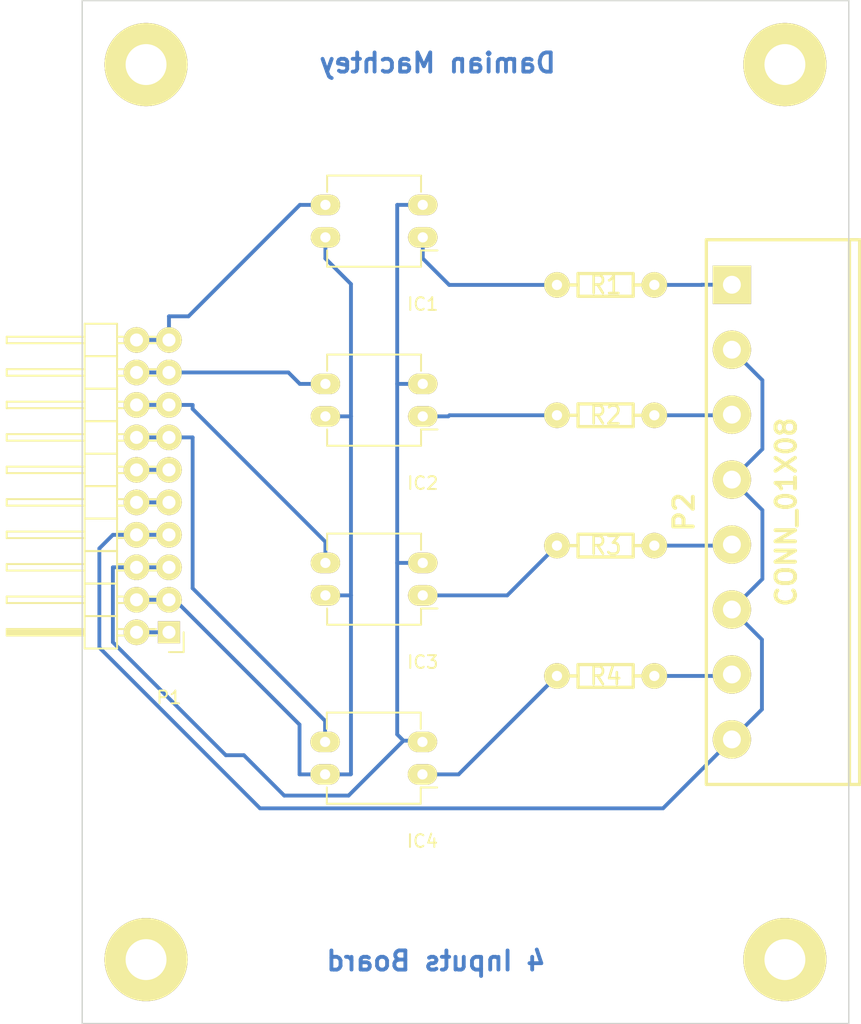
<source format=kicad_pcb>

(kicad_pcb
  (version 4)
  (host pcbnew "(2015-07-19 BZR 5960)-product")
  (general
    (links 34)
    (no_connects 0)
    (area 93.269475 28.22 170.438525 111.48)
    (thickness 1.6)
    (drawings 6)
    (tracks 94)
    (zones 0)
    (modules 14)
    (nets 19))
  (page A4)
  (title_block
    (title "Plugable Input Board")
    (date 2015-08-04))
  (layers
    (0 F.Cu signal)
    (31 B.Cu signal)
    (32 B.Adhes user)
    (33 F.Adhes user)
    (34 B.Paste user)
    (35 F.Paste user)
    (36 B.SilkS user)
    (37 F.SilkS user)
    (38 B.Mask user)
    (39 F.Mask user)
    (40 Dwgs.User user)
    (41 Cmts.User user)
    (42 Eco1.User user)
    (43 Eco2.User user)
    (44 Edge.Cuts user)
    (45 Margin user)
    (46 B.CrtYd user)
    (47 F.CrtYd user)
    (48 B.Fab user)
    (49 F.Fab user))
  (setup
    (last_trace_width 0.3)
    (trace_clearance 0.7)
    (zone_clearance 0.508)
    (zone_45_only no)
    (trace_min 0.2)
    (segment_width 0.2)
    (edge_width 0.1)
    (via_size 0.6)
    (via_drill 0.4)
    (via_min_size 0.4)
    (via_min_drill 0.3)
    (uvia_size 0.3)
    (uvia_drill 0.1)
    (uvias_allowed no)
    (uvia_min_size 0.2)
    (uvia_min_drill 0.1)
    (pcb_text_width 0.3)
    (pcb_text_size 1.5 1.5)
    (mod_edge_width 0.15)
    (mod_text_size 1 1)
    (mod_text_width 0.15)
    (pad_size 2 2)
    (pad_drill 1.016)
    (pad_to_mask_clearance 0)
    (aux_axis_origin 100.33 34.925)
    (grid_origin 100.584 34.925)
    (visible_elements FFFFFF7F)
    (pcbplotparams
      (layerselection 0x00030_80000001)
      (usegerberextensions false)
      (excludeedgelayer true)
      (linewidth 0.1)
      (plotframeref false)
      (viasonmask false)
      (mode 1)
      (useauxorigin false)
      (hpglpennumber 1)
      (hpglpenspeed 20)
      (hpglpendiameter 15)
      (hpglpenoverlay 2)
      (psnegative false)
      (psa4output false)
      (plotreference true)
      (plotvalue true)
      (plotinvisibletext false)
      (padsonsilk false)
      (subtractmaskfromsilk false)
      (outputformat 1)
      (mirror false)
      (drillshape 1)
      (scaleselection 1)
      (outputdirectory "")))
  (net 0 "")
  (net 1 /in_1)
  (net 2 /GND)
  (net 3 /in_2)
  (net 4 /in_3)
  (net 5 /in_4)
  (net 6 "Net-(P1-Pad10)")
  (net 7 "Net-(P1-Pad11)")
  (net 8 /3.3V)
  (net 9 /GND12V)
  (net 10 /+12VDC)
  (net 11 "Net-(IC1-Pad1)")
  (net 12 /gpio_1)
  (net 13 "Net-(IC2-Pad1)")
  (net 14 /gpio_2)
  (net 15 "Net-(IC3-Pad1)")
  (net 16 /gpio_3)
  (net 17 "Net-(IC4-Pad1)")
  (net 18 /gpio_4)
  (net_class Default "This is the default net class."
    (clearance 0.7)
    (trace_width 0.3)
    (via_dia 0.6)
    (via_drill 0.4)
    (uvia_dia 0.3)
    (uvia_drill 0.1)
    (add_net /+12VDC)
    (add_net /3.3V)
    (add_net /GND)
    (add_net /GND12V)
    (add_net /gpio_1)
    (add_net /gpio_2)
    (add_net /gpio_3)
    (add_net /gpio_4)
    (add_net /in_1)
    (add_net /in_2)
    (add_net /in_3)
    (add_net /in_4)
    (add_net "Net-(IC1-Pad1)")
    (add_net "Net-(IC2-Pad1)")
    (add_net "Net-(IC3-Pad1)")
    (add_net "Net-(IC4-Pad1)")
    (add_net "Net-(P1-Pad10)")
    (add_net "Net-(P1-Pad11)"))
  (net_class Power ""
    (clearance 0.2)
    (trace_width 2)
    (via_dia 0.6)
    (via_drill 0.4)
    (uvia_dia 0.3)
    (uvia_drill 0.1))
  (module Wire_Pads:SolderWirePad_single_2-5mmDrill
    (layer F.Cu)
    (tedit 55BFDA5E)
    (tstamp 55C454C5)
    (at 105.584 104.925)
    (fp_text reference OR4
      (at 0 -5.08)
      (layer F.SilkS) hide
      (effects
        (font
          (size 1 1)
          (thickness 0.15))))
    (fp_text value SolderWirePad_single_2-5mmDrill
      (at 1.27 5.08)
      (layer F.Fab) hide
      (effects
        (font
          (size 1 1)
          (thickness 0.15))))
    (pad 1 thru_hole circle
      (at 0 0)
      (size 6.5 6.5)
      (drill 3.2)
      (layers *.Cu *.Mask F.SilkS)))
  (module Wire_Pads:SolderWirePad_single_2-5mmDrill
    (layer F.Cu)
    (tedit 55BFDA6D)
    (tstamp 55C454BF)
    (at 155.584 104.925)
    (fp_text reference OR3
      (at 0 -5.08)
      (layer F.SilkS) hide
      (effects
        (font
          (size 1 1)
          (thickness 0.15))))
    (fp_text value SolderWirePad_single_2-5mmDrill
      (at 1.27 5.08)
      (layer F.Fab) hide
      (effects
        (font
          (size 1 1)
          (thickness 0.15))))
    (pad 1 thru_hole circle
      (at 0 0)
      (size 6.5 6.5)
      (drill 3.2)
      (layers *.Cu *.Mask F.SilkS)))
  (module Wire_Pads:SolderWirePad_single_2-5mmDrill
    (layer F.Cu)
    (tedit 55BFDA4C)
    (tstamp 55C454B6)
    (at 155.584 34.925)
    (fp_text reference OR2
      (at 0 -5.08)
      (layer F.SilkS) hide
      (effects
        (font
          (size 1 1)
          (thickness 0.15))))
    (fp_text value SolderWirePad_single_2-5mmDrill
      (at 1.27 5.08)
      (layer F.Fab) hide
      (effects
        (font
          (size 1 1)
          (thickness 0.15))))
    (pad 1 thru_hole circle
      (at 0 0)
      (size 6.5 6.5)
      (drill 3.2)
      (layers *.Cu *.Mask F.SilkS)))
  (module Pin_Headers:Pin_Header_Angled_2x10
    (layer F.Cu)
    (tedit 55C08CE6)
    (tstamp 55BF4A29)
    (at 107.378 79.325 180)
    (descr "Through hole pin header")
    (tags "pin header")
    (path /55BF4604)
    (fp_text reference P1
      (at 0 -5.1 180)
      (layer F.SilkS)
      (effects
        (font
          (size 1 1)
          (thickness 0.15))))
    (fp_text value CONN_02X10
      (at 0 -3.1 180)
      (layer F.Fab)
      (effects
        (font
          (size 1 1)
          (thickness 0.15))))
    (fp_line
      (start -1.35 -1.75)
      (end -1.35 24.65)
      (layer F.CrtYd)
      (width 0.05))
    (fp_line
      (start 13.2 -1.75)
      (end 13.2 24.65)
      (layer F.CrtYd)
      (width 0.05))
    (fp_line
      (start -1.35 -1.75)
      (end 13.2 -1.75)
      (layer F.CrtYd)
      (width 0.05))
    (fp_line
      (start -1.35 24.65)
      (end 13.2 24.65)
      (layer F.CrtYd)
      (width 0.05))
    (fp_line
      (start 1.524 -0.254)
      (end 1.016 -0.254)
      (layer F.SilkS)
      (width 0.15))
    (fp_line
      (start 1.524 0.254)
      (end 1.016 0.254)
      (layer F.SilkS)
      (width 0.15))
    (fp_line
      (start 1.524 23.114)
      (end 1.016 23.114)
      (layer F.SilkS)
      (width 0.15))
    (fp_line
      (start 1.524 22.606)
      (end 1.016 22.606)
      (layer F.SilkS)
      (width 0.15))
    (fp_line
      (start 1.524 17.526)
      (end 1.016 17.526)
      (layer F.SilkS)
      (width 0.15))
    (fp_line
      (start 1.524 18.034)
      (end 1.016 18.034)
      (layer F.SilkS)
      (width 0.15))
    (fp_line
      (start 1.524 20.066)
      (end 1.016 20.066)
      (layer F.SilkS)
      (width 0.15))
    (fp_line
      (start 1.524 20.574)
      (end 1.016 20.574)
      (layer F.SilkS)
      (width 0.15))
    (fp_line
      (start 1.524 15.494)
      (end 1.016 15.494)
      (layer F.SilkS)
      (width 0.15))
    (fp_line
      (start 1.524 14.986)
      (end 1.016 14.986)
      (layer F.SilkS)
      (width 0.15))
    (fp_line
      (start 1.524 12.954)
      (end 1.016 12.954)
      (layer F.SilkS)
      (width 0.15))
    (fp_line
      (start 1.524 12.446)
      (end 1.016 12.446)
      (layer F.SilkS)
      (width 0.15))
    (fp_line
      (start 1.524 2.286)
      (end 1.016 2.286)
      (layer F.SilkS)
      (width 0.15))
    (fp_line
      (start 1.524 2.794)
      (end 1.016 2.794)
      (layer F.SilkS)
      (width 0.15))
    (fp_line
      (start 1.524 4.826)
      (end 1.016 4.826)
      (layer F.SilkS)
      (width 0.15))
    (fp_line
      (start 1.524 5.334)
      (end 1.016 5.334)
      (layer F.SilkS)
      (width 0.15))
    (fp_line
      (start 1.524 10.414)
      (end 1.016 10.414)
      (layer F.SilkS)
      (width 0.15))
    (fp_line
      (start 1.524 9.906)
      (end 1.016 9.906)
      (layer F.SilkS)
      (width 0.15))
    (fp_line
      (start 1.524 7.874)
      (end 1.016 7.874)
      (layer F.SilkS)
      (width 0.15))
    (fp_line
      (start 1.524 7.366)
      (end 1.016 7.366)
      (layer F.SilkS)
      (width 0.15))
    (fp_line
      (start 4.064 23.114)
      (end 3.556 23.114)
      (layer F.SilkS)
      (width 0.15))
    (fp_line
      (start 4.064 22.606)
      (end 3.556 22.606)
      (layer F.SilkS)
      (width 0.15))
    (fp_line
      (start 4.064 20.574)
      (end 3.556 20.574)
      (layer F.SilkS)
      (width 0.15))
    (fp_line
      (start 4.064 20.066)
      (end 3.556 20.066)
      (layer F.SilkS)
      (width 0.15))
    (fp_line
      (start 4.064 14.986)
      (end 3.556 14.986)
      (layer F.SilkS)
      (width 0.15))
    (fp_line
      (start 4.064 15.494)
      (end 3.556 15.494)
      (layer F.SilkS)
      (width 0.15))
    (fp_line
      (start 4.064 17.526)
      (end 3.556 17.526)
      (layer F.SilkS)
      (width 0.15))
    (fp_line
      (start 4.064 18.034)
      (end 3.556 18.034)
      (layer F.SilkS)
      (width 0.15))
    (fp_line
      (start 4.064 12.954)
      (end 3.556 12.954)
      (layer F.SilkS)
      (width 0.15))
    (fp_line
      (start 4.064 12.446)
      (end 3.556 12.446)
      (layer F.SilkS)
      (width 0.15))
    (fp_line
      (start 4.064 10.414)
      (end 3.556 10.414)
      (layer F.SilkS)
      (width 0.15))
    (fp_line
      (start 4.064 9.906)
      (end 3.556 9.906)
      (layer F.SilkS)
      (width 0.15))
    (fp_line
      (start 4.064 -0.254)
      (end 3.556 -0.254)
      (layer F.SilkS)
      (width 0.15))
    (fp_line
      (start 4.064 0.254)
      (end 3.556 0.254)
      (layer F.SilkS)
      (width 0.15))
    (fp_line
      (start 4.064 2.286)
      (end 3.556 2.286)
      (layer F.SilkS)
      (width 0.15))
    (fp_line
      (start 4.064 2.794)
      (end 3.556 2.794)
      (layer F.SilkS)
      (width 0.15))
    (fp_line
      (start 4.064 7.874)
      (end 3.556 7.874)
      (layer F.SilkS)
      (width 0.15))
    (fp_line
      (start 4.064 7.366)
      (end 3.556 7.366)
      (layer F.SilkS)
      (width 0.15))
    (fp_line
      (start 4.064 5.334)
      (end 3.556 5.334)
      (layer F.SilkS)
      (width 0.15))
    (fp_line
      (start 4.064 4.826)
      (end 3.556 4.826)
      (layer F.SilkS)
      (width 0.15))
    (fp_line
      (start 0 -1.55)
      (end -1.15 -1.55)
      (layer F.SilkS)
      (width 0.15))
    (fp_line
      (start -1.15 -1.55)
      (end -1.15 0)
      (layer F.SilkS)
      (width 0.15))
    (fp_line
      (start 6.604 -0.127)
      (end 12.573 -0.127)
      (layer F.SilkS)
      (width 0.15))
    (fp_line
      (start 12.573 -0.127)
      (end 12.573 0.127)
      (layer F.SilkS)
      (width 0.15))
    (fp_line
      (start 12.573 0.127)
      (end 6.731 0.127)
      (layer F.SilkS)
      (width 0.15))
    (fp_line
      (start 6.731 0.127)
      (end 6.731 0)
      (layer F.SilkS)
      (width 0.15))
    (fp_line
      (start 6.731 0)
      (end 12.573 0)
      (layer F.SilkS)
      (width 0.15))
    (fp_line
      (start 4.064 19.05)
      (end 6.604 19.05)
      (layer F.SilkS)
      (width 0.15))
    (fp_line
      (start 4.064 19.05)
      (end 4.064 21.59)
      (layer F.SilkS)
      (width 0.15))
    (fp_line
      (start 4.064 21.59)
      (end 6.604 21.59)
      (layer F.SilkS)
      (width 0.15))
    (fp_line
      (start 6.604 20.066)
      (end 12.7 20.066)
      (layer F.SilkS)
      (width 0.15))
    (fp_line
      (start 12.7 20.066)
      (end 12.7 20.574)
      (layer F.SilkS)
      (width 0.15))
    (fp_line
      (start 12.7 20.574)
      (end 6.604 20.574)
      (layer F.SilkS)
      (width 0.15))
    (fp_line
      (start 6.604 21.59)
      (end 6.604 19.05)
      (layer F.SilkS)
      (width 0.15))
    (fp_line
      (start 6.604 24.13)
      (end 6.604 21.59)
      (layer F.SilkS)
      (width 0.15))
    (fp_line
      (start 12.7 23.114)
      (end 6.604 23.114)
      (layer F.SilkS)
      (width 0.15))
    (fp_line
      (start 12.7 22.606)
      (end 12.7 23.114)
      (layer F.SilkS)
      (width 0.15))
    (fp_line
      (start 6.604 22.606)
      (end 12.7 22.606)
      (layer F.SilkS)
      (width 0.15))
    (fp_line
      (start 4.064 21.59)
      (end 4.064 24.13)
      (layer F.SilkS)
      (width 0.15))
    (fp_line
      (start 4.064 21.59)
      (end 6.604 21.59)
      (layer F.SilkS)
      (width 0.15))
    (fp_line
      (start 4.064 24.13)
      (end 6.604 24.13)
      (layer F.SilkS)
      (width 0.15))
    (fp_line
      (start 4.064 8.89)
      (end 6.604 8.89)
      (layer F.SilkS)
      (width 0.15))
    (fp_line
      (start 4.064 8.89)
      (end 4.064 11.43)
      (layer F.SilkS)
      (width 0.15))
    (fp_line
      (start 4.064 11.43)
      (end 6.604 11.43)
      (layer F.SilkS)
      (width 0.15))
    (fp_line
      (start 6.604 9.906)
      (end 12.7 9.906)
      (layer F.SilkS)
      (width 0.15))
    (fp_line
      (start 12.7 9.906)
      (end 12.7 10.414)
      (layer F.SilkS)
      (width 0.15))
    (fp_line
      (start 12.7 10.414)
      (end 6.604 10.414)
      (layer F.SilkS)
      (width 0.15))
    (fp_line
      (start 6.604 11.43)
      (end 6.604 8.89)
      (layer F.SilkS)
      (width 0.15))
    (fp_line
      (start 6.604 13.97)
      (end 6.604 11.43)
      (layer F.SilkS)
      (width 0.15))
    (fp_line
      (start 12.7 12.954)
      (end 6.604 12.954)
      (layer F.SilkS)
      (width 0.15))
    (fp_line
      (start 12.7 12.446)
      (end 12.7 12.954)
      (layer F.SilkS)
      (width 0.15))
    (fp_line
      (start 6.604 12.446)
      (end 12.7 12.446)
      (layer F.SilkS)
      (width 0.15))
    (fp_line
      (start 4.064 13.97)
      (end 6.604 13.97)
      (layer F.SilkS)
      (width 0.15))
    (fp_line
      (start 4.064 11.43)
      (end 4.064 13.97)
      (layer F.SilkS)
      (width 0.15))
    (fp_line
      (start 4.064 11.43)
      (end 6.604 11.43)
      (layer F.SilkS)
      (width 0.15))
    (fp_line
      (start 4.064 16.51)
      (end 6.604 16.51)
      (layer F.SilkS)
      (width 0.15))
    (fp_line
      (start 4.064 16.51)
      (end 4.064 19.05)
      (layer F.SilkS)
      (width 0.15))
    (fp_line
      (start 4.064 19.05)
      (end 6.604 19.05)
      (layer F.SilkS)
      (width 0.15))
    (fp_line
      (start 6.604 17.526)
      (end 12.7 17.526)
      (layer F.SilkS)
      (width 0.15))
    (fp_line
      (start 12.7 17.526)
      (end 12.7 18.034)
      (layer F.SilkS)
      (width 0.15))
    (fp_line
      (start 12.7 18.034)
      (end 6.604 18.034)
      (layer F.SilkS)
      (width 0.15))
    (fp_line
      (start 6.604 19.05)
      (end 6.604 16.51)
      (layer F.SilkS)
      (width 0.15))
    (fp_line
      (start 6.604 16.51)
      (end 6.604 13.97)
      (layer F.SilkS)
      (width 0.15))
    (fp_line
      (start 12.7 15.494)
      (end 6.604 15.494)
      (layer F.SilkS)
      (width 0.15))
    (fp_line
      (start 12.7 14.986)
      (end 12.7 15.494)
      (layer F.SilkS)
      (width 0.15))
    (fp_line
      (start 6.604 14.986)
      (end 12.7 14.986)
      (layer F.SilkS)
      (width 0.15))
    (fp_line
      (start 4.064 16.51)
      (end 6.604 16.51)
      (layer F.SilkS)
      (width 0.15))
    (fp_line
      (start 4.064 13.97)
      (end 4.064 16.51)
      (layer F.SilkS)
      (width 0.15))
    (fp_line
      (start 4.064 13.97)
      (end 6.604 13.97)
      (layer F.SilkS)
      (width 0.15))
    (fp_line
      (start 4.064 3.81)
      (end 6.604 3.81)
      (layer F.SilkS)
      (width 0.15))
    (fp_line
      (start 4.064 3.81)
      (end 4.064 6.35)
      (layer F.SilkS)
      (width 0.15))
    (fp_line
      (start 4.064 6.35)
      (end 6.604 6.35)
      (layer F.SilkS)
      (width 0.15))
    (fp_line
      (start 6.604 4.826)
      (end 12.7 4.826)
      (layer F.SilkS)
      (width 0.15))
    (fp_line
      (start 12.7 4.826)
      (end 12.7 5.334)
      (layer F.SilkS)
      (width 0.15))
    (fp_line
      (start 12.7 5.334)
      (end 6.604 5.334)
      (layer F.SilkS)
      (width 0.15))
    (fp_line
      (start 6.604 6.35)
      (end 6.604 3.81)
      (layer F.SilkS)
      (width 0.15))
    (fp_line
      (start 6.604 8.89)
      (end 6.604 6.35)
      (layer F.SilkS)
      (width 0.15))
    (fp_line
      (start 12.7 7.874)
      (end 6.604 7.874)
      (layer F.SilkS)
      (width 0.15))
    (fp_line
      (start 12.7 7.366)
      (end 12.7 7.874)
      (layer F.SilkS)
      (width 0.15))
    (fp_line
      (start 6.604 7.366)
      (end 12.7 7.366)
      (layer F.SilkS)
      (width 0.15))
    (fp_line
      (start 4.064 8.89)
      (end 6.604 8.89)
      (layer F.SilkS)
      (width 0.15))
    (fp_line
      (start 4.064 6.35)
      (end 4.064 8.89)
      (layer F.SilkS)
      (width 0.15))
    (fp_line
      (start 4.064 6.35)
      (end 6.604 6.35)
      (layer F.SilkS)
      (width 0.15))
    (fp_line
      (start 4.064 1.27)
      (end 6.604 1.27)
      (layer F.SilkS)
      (width 0.15))
    (fp_line
      (start 4.064 1.27)
      (end 4.064 3.81)
      (layer F.SilkS)
      (width 0.15))
    (fp_line
      (start 4.064 3.81)
      (end 6.604 3.81)
      (layer F.SilkS)
      (width 0.15))
    (fp_line
      (start 6.604 2.286)
      (end 12.7 2.286)
      (layer F.SilkS)
      (width 0.15))
    (fp_line
      (start 12.7 2.286)
      (end 12.7 2.794)
      (layer F.SilkS)
      (width 0.15))
    (fp_line
      (start 12.7 2.794)
      (end 6.604 2.794)
      (layer F.SilkS)
      (width 0.15))
    (fp_line
      (start 6.604 3.81)
      (end 6.604 1.27)
      (layer F.SilkS)
      (width 0.15))
    (fp_line
      (start 6.604 1.27)
      (end 6.604 -1.27)
      (layer F.SilkS)
      (width 0.15))
    (fp_line
      (start 12.7 0.254)
      (end 6.604 0.254)
      (layer F.SilkS)
      (width 0.15))
    (fp_line
      (start 12.7 -0.254)
      (end 12.7 0.254)
      (layer F.SilkS)
      (width 0.15))
    (fp_line
      (start 6.604 -0.254)
      (end 12.7 -0.254)
      (layer F.SilkS)
      (width 0.15))
    (fp_line
      (start 4.064 1.27)
      (end 6.604 1.27)
      (layer F.SilkS)
      (width 0.15))
    (fp_line
      (start 4.064 -1.27)
      (end 4.064 1.27)
      (layer F.SilkS)
      (width 0.15))
    (fp_line
      (start 4.064 -1.27)
      (end 6.604 -1.27)
      (layer F.SilkS)
      (width 0.15))
    (pad 1 thru_hole rect
      (at 0 0 180)
      (size 1.7272 1.7272)
      (drill 1.016)
      (layers *.Cu *.Mask F.SilkS)
      (net 2 /GND))
    (pad 2 thru_hole oval
      (at 2.54 0 180)
      (size 2 2)
      (drill 1.016)
      (layers *.Cu *.Mask F.SilkS)
      (net 2 /GND))
    (pad 3 thru_hole oval
      (at 0 2.54 180)
      (size 2 2)
      (drill 1.016)
      (layers *.Cu *.Mask F.SilkS)
      (net 8 /3.3V))
    (pad 4 thru_hole oval
      (at 2.54 2.54 180)
      (size 2 2)
      (drill 1.016)
      (layers *.Cu *.Mask F.SilkS)
      (net 8 /3.3V))
    (pad 5 thru_hole oval
      (at 0 5.08 180)
      (size 2 2)
      (drill 1.016)
      (layers *.Cu *.Mask F.SilkS)
      (net 9 /GND12V))
    (pad 6 thru_hole oval
      (at 2.54 5.08 180)
      (size 2 2)
      (drill 1.016)
      (layers *.Cu *.Mask F.SilkS)
      (net 9 /GND12V))
    (pad 7 thru_hole oval
      (at 0 7.62 180)
      (size 2 2)
      (drill 1.016)
      (layers *.Cu *.Mask F.SilkS)
      (net 10 /+12VDC))
    (pad 8 thru_hole oval
      (at 2.54 7.62 180)
      (size 2 2)
      (drill 1.016)
      (layers *.Cu *.Mask F.SilkS)
      (net 10 /+12VDC))
    (pad 9 thru_hole oval
      (at 0 10.16 180)
      (size 2 2)
      (drill 1.016)
      (layers *.Cu *.Mask F.SilkS)
      (net 6 "Net-(P1-Pad10)"))
    (pad 10 thru_hole oval
      (at 2.54 10.16 180)
      (size 2 2)
      (drill 1.016)
      (layers *.Cu *.Mask F.SilkS)
      (net 6 "Net-(P1-Pad10)"))
    (pad 11 thru_hole oval
      (at 0 12.7 180)
      (size 2 2)
      (drill 1.016)
      (layers *.Cu *.Mask F.SilkS)
      (net 7 "Net-(P1-Pad11)"))
    (pad 12 thru_hole oval
      (at 2.54 12.7 180)
      (size 2 2)
      (drill 1.016)
      (layers *.Cu *.Mask F.SilkS)
      (net 7 "Net-(P1-Pad11)"))
    (pad 13 thru_hole oval
      (at 0 15.24 180)
      (size 2 2)
      (drill 1.016)
      (layers *.Cu *.Mask F.SilkS)
      (net 18 /gpio_4))
    (pad 14 thru_hole oval
      (at 2.54 15.24 180)
      (size 2 2)
      (drill 1.016)
      (layers *.Cu *.Mask F.SilkS)
      (net 18 /gpio_4))
    (pad 15 thru_hole oval
      (at 0 17.78 180)
      (size 2 2)
      (drill 1.016)
      (layers *.Cu *.Mask F.SilkS)
      (net 16 /gpio_3))
    (pad 16 thru_hole oval
      (at 2.54 17.78 180)
      (size 2 2)
      (drill 1.016)
      (layers *.Cu *.Mask F.SilkS)
      (net 16 /gpio_3))
    (pad 17 thru_hole oval
      (at 0 20.32 180)
      (size 2 2)
      (drill 1.016)
      (layers *.Cu *.Mask F.SilkS)
      (net 14 /gpio_2))
    (pad 18 thru_hole oval
      (at 2.54 20.32 180)
      (size 2 2)
      (drill 1.016)
      (layers *.Cu *.Mask F.SilkS)
      (net 14 /gpio_2))
    (pad 19 thru_hole oval
      (at 0 22.86 180)
      (size 2 2)
      (drill 1.016)
      (layers *.Cu *.Mask F.SilkS)
      (net 12 /gpio_1))
    (pad 20 thru_hole oval
      (at 2.54 22.86 180)
      (size 2 2)
      (drill 1.016)
      (layers *.Cu *.Mask F.SilkS)
      (net 12 /gpio_1))
    (model Pin_Headers.3dshapes/Pin_Header_Angled_2x10.wrl
      (at
        (xyz 0.05 -0.45 0))
      (scale
        (xyz 1 1 1))
      (rotate
        (xyz 0 0 90))))
  (module Wire_Pads:SolderWirePad_single_2-5mmDrill
    (layer F.Cu)
    (tedit 55BFDA24)
    (tstamp 55C454A0)
    (at 105.584 34.925)
    (fp_text reference OR1
      (at 0 -5.08)
      (layer F.SilkS) hide
      (effects
        (font
          (size 1 1)
          (thickness 0.15))))
    (fp_text value SolderWirePad_single_2-5mmDrill
      (at 1.27 5.08)
      (layer F.Fab) hide
      (effects
        (font
          (size 1 1)
          (thickness 0.15))))
    (pad 1 thru_hole circle
      (at 0 0)
      (size 6.5 6.5)
      (drill 3.2)
      (layers *.Cu *.Mask F.SilkS)))
  (module Housings_DIP:DIP-4_W7.62mm_LongPads
    (layer F.Cu)
    (tedit 54130A77)
    (tstamp 55C09CAE)
    (at 127.241 48.44 180)
    (descr "4-lead dip package, row spacing 7.62 mm (300 mils), longer pads")
    (tags "dil dip 2.54 300")
    (path /55A81D51)
    (fp_text reference IC1
      (at 0 -5.22 180)
      (layer F.SilkS)
      (effects
        (font
          (size 1 1)
          (thickness 0.15))))
    (fp_text value PC817
      (at 0 -3.72 180)
      (layer F.Fab)
      (effects
        (font
          (size 1 1)
          (thickness 0.15))))
    (fp_line
      (start -1.4 -2.45)
      (end -1.4 5)
      (layer F.CrtYd)
      (width 0.05))
    (fp_line
      (start 9 -2.45)
      (end 9 5)
      (layer F.CrtYd)
      (width 0.05))
    (fp_line
      (start -1.4 -2.45)
      (end 9 -2.45)
      (layer F.CrtYd)
      (width 0.05))
    (fp_line
      (start -1.4 5)
      (end 9 5)
      (layer F.CrtYd)
      (width 0.05))
    (fp_line
      (start 0.135 -2.295)
      (end 0.135 -1.025)
      (layer F.SilkS)
      (width 0.15))
    (fp_line
      (start 7.485 -2.295)
      (end 7.485 -1.025)
      (layer F.SilkS)
      (width 0.15))
    (fp_line
      (start 7.485 4.835)
      (end 7.485 3.565)
      (layer F.SilkS)
      (width 0.15))
    (fp_line
      (start 0.135 4.835)
      (end 0.135 3.565)
      (layer F.SilkS)
      (width 0.15))
    (fp_line
      (start 0.135 -2.295)
      (end 7.485 -2.295)
      (layer F.SilkS)
      (width 0.15))
    (fp_line
      (start 0.135 4.835)
      (end 7.485 4.835)
      (layer F.SilkS)
      (width 0.15))
    (fp_line
      (start 0.135 -1.025)
      (end -1.15 -1.025)
      (layer F.SilkS)
      (width 0.15))
    (pad 1 thru_hole oval
      (at 0 0 180)
      (size 2.3 1.6)
      (drill 0.8)
      (layers *.Cu *.Mask F.SilkS)
      (net 11 "Net-(IC1-Pad1)"))
    (pad 2 thru_hole oval
      (at 0 2.54 180)
      (size 2.3 1.6)
      (drill 0.8)
      (layers *.Cu *.Mask F.SilkS)
      (net 9 /GND12V))
    (pad 3 thru_hole oval
      (at 7.62 2.54 180)
      (size 2.3 1.6)
      (drill 0.8)
      (layers *.Cu *.Mask F.SilkS)
      (net 12 /gpio_1))
    (pad 4 thru_hole oval
      (at 7.62 0 180)
      (size 2.3 1.6)
      (drill 0.8)
      (layers *.Cu *.Mask F.SilkS)
      (net 8 /3.3V))
    (model Housings_DIP.3dshapes/DIP-4_W7.62mm_LongPads.wrl
      (at
        (xyz 0 0 0))
      (scale
        (xyz 1 1 1))
      (rotate
        (xyz 0 0 0))))
  (module Housings_DIP:DIP-4_W7.62mm_LongPads
    (layer F.Cu)
    (tedit 54130A77)
    (tstamp 55C09CC1)
    (at 127.241 62.44 180)
    (descr "4-lead dip package, row spacing 7.62 mm (300 mils), longer pads")
    (tags "dil dip 2.54 300")
    (path /55BF39C8)
    (fp_text reference IC2
      (at 0 -5.22 180)
      (layer F.SilkS)
      (effects
        (font
          (size 1 1)
          (thickness 0.15))))
    (fp_text value PC817
      (at 0 -3.72 180)
      (layer F.Fab)
      (effects
        (font
          (size 1 1)
          (thickness 0.15))))
    (fp_line
      (start -1.4 -2.45)
      (end -1.4 5)
      (layer F.CrtYd)
      (width 0.05))
    (fp_line
      (start 9 -2.45)
      (end 9 5)
      (layer F.CrtYd)
      (width 0.05))
    (fp_line
      (start -1.4 -2.45)
      (end 9 -2.45)
      (layer F.CrtYd)
      (width 0.05))
    (fp_line
      (start -1.4 5)
      (end 9 5)
      (layer F.CrtYd)
      (width 0.05))
    (fp_line
      (start 0.135 -2.295)
      (end 0.135 -1.025)
      (layer F.SilkS)
      (width 0.15))
    (fp_line
      (start 7.485 -2.295)
      (end 7.485 -1.025)
      (layer F.SilkS)
      (width 0.15))
    (fp_line
      (start 7.485 4.835)
      (end 7.485 3.565)
      (layer F.SilkS)
      (width 0.15))
    (fp_line
      (start 0.135 4.835)
      (end 0.135 3.565)
      (layer F.SilkS)
      (width 0.15))
    (fp_line
      (start 0.135 -2.295)
      (end 7.485 -2.295)
      (layer F.SilkS)
      (width 0.15))
    (fp_line
      (start 0.135 4.835)
      (end 7.485 4.835)
      (layer F.SilkS)
      (width 0.15))
    (fp_line
      (start 0.135 -1.025)
      (end -1.15 -1.025)
      (layer F.SilkS)
      (width 0.15))
    (pad 1 thru_hole oval
      (at 0 0 180)
      (size 2.3 1.6)
      (drill 0.8)
      (layers *.Cu *.Mask F.SilkS)
      (net 13 "Net-(IC2-Pad1)"))
    (pad 2 thru_hole oval
      (at 0 2.54 180)
      (size 2.3 1.6)
      (drill 0.8)
      (layers *.Cu *.Mask F.SilkS)
      (net 9 /GND12V))
    (pad 3 thru_hole oval
      (at 7.62 2.54 180)
      (size 2.3 1.6)
      (drill 0.8)
      (layers *.Cu *.Mask F.SilkS)
      (net 14 /gpio_2))
    (pad 4 thru_hole oval
      (at 7.62 0 180)
      (size 2.3 1.6)
      (drill 0.8)
      (layers *.Cu *.Mask F.SilkS)
      (net 8 /3.3V))
    (model Housings_DIP.3dshapes/DIP-4_W7.62mm_LongPads.wrl
      (at
        (xyz 0 0 0))
      (scale
        (xyz 1 1 1))
      (rotate
        (xyz 0 0 0))))
  (module Housings_DIP:DIP-4_W7.62mm_LongPads
    (layer F.Cu)
    (tedit 54130A77)
    (tstamp 55C09CD4)
    (at 127.241 76.44 180)
    (descr "4-lead dip package, row spacing 7.62 mm (300 mils), longer pads")
    (tags "dil dip 2.54 300")
    (path /55BF39C5)
    (fp_text reference IC3
      (at 0 -5.22 180)
      (layer F.SilkS)
      (effects
        (font
          (size 1 1)
          (thickness 0.15))))
    (fp_text value PC817
      (at 0 -3.72 180)
      (layer F.Fab)
      (effects
        (font
          (size 1 1)
          (thickness 0.15))))
    (fp_line
      (start -1.4 -2.45)
      (end -1.4 5)
      (layer F.CrtYd)
      (width 0.05))
    (fp_line
      (start 9 -2.45)
      (end 9 5)
      (layer F.CrtYd)
      (width 0.05))
    (fp_line
      (start -1.4 -2.45)
      (end 9 -2.45)
      (layer F.CrtYd)
      (width 0.05))
    (fp_line
      (start -1.4 5)
      (end 9 5)
      (layer F.CrtYd)
      (width 0.05))
    (fp_line
      (start 0.135 -2.295)
      (end 0.135 -1.025)
      (layer F.SilkS)
      (width 0.15))
    (fp_line
      (start 7.485 -2.295)
      (end 7.485 -1.025)
      (layer F.SilkS)
      (width 0.15))
    (fp_line
      (start 7.485 4.835)
      (end 7.485 3.565)
      (layer F.SilkS)
      (width 0.15))
    (fp_line
      (start 0.135 4.835)
      (end 0.135 3.565)
      (layer F.SilkS)
      (width 0.15))
    (fp_line
      (start 0.135 -2.295)
      (end 7.485 -2.295)
      (layer F.SilkS)
      (width 0.15))
    (fp_line
      (start 0.135 4.835)
      (end 7.485 4.835)
      (layer F.SilkS)
      (width 0.15))
    (fp_line
      (start 0.135 -1.025)
      (end -1.15 -1.025)
      (layer F.SilkS)
      (width 0.15))
    (pad 1 thru_hole oval
      (at 0 0 180)
      (size 2.3 1.6)
      (drill 0.8)
      (layers *.Cu *.Mask F.SilkS)
      (net 15 "Net-(IC3-Pad1)"))
    (pad 2 thru_hole oval
      (at 0 2.54 180)
      (size 2.3 1.6)
      (drill 0.8)
      (layers *.Cu *.Mask F.SilkS)
      (net 9 /GND12V))
    (pad 3 thru_hole oval
      (at 7.62 2.54 180)
      (size 2.3 1.6)
      (drill 0.8)
      (layers *.Cu *.Mask F.SilkS)
      (net 16 /gpio_3))
    (pad 4 thru_hole oval
      (at 7.62 0 180)
      (size 2.3 1.6)
      (drill 0.8)
      (layers *.Cu *.Mask F.SilkS)
      (net 8 /3.3V))
    (model Housings_DIP.3dshapes/DIP-4_W7.62mm_LongPads.wrl
      (at
        (xyz 0 0 0))
      (scale
        (xyz 1 1 1))
      (rotate
        (xyz 0 0 0))))
  (module Housings_DIP:DIP-4_W7.62mm_LongPads
    (layer F.Cu)
    (tedit 54130A77)
    (tstamp 55C09CE7)
    (at 127.216 90.44 180)
    (descr "4-lead dip package, row spacing 7.62 mm (300 mils), longer pads")
    (tags "dil dip 2.54 300")
    (path /55B15546)
    (fp_text reference IC4
      (at 0 -5.22 180)
      (layer F.SilkS)
      (effects
        (font
          (size 1 1)
          (thickness 0.15))))
    (fp_text value PC817
      (at 0 -3.72 180)
      (layer F.Fab)
      (effects
        (font
          (size 1 1)
          (thickness 0.15))))
    (fp_line
      (start -1.4 -2.45)
      (end -1.4 5)
      (layer F.CrtYd)
      (width 0.05))
    (fp_line
      (start 9 -2.45)
      (end 9 5)
      (layer F.CrtYd)
      (width 0.05))
    (fp_line
      (start -1.4 -2.45)
      (end 9 -2.45)
      (layer F.CrtYd)
      (width 0.05))
    (fp_line
      (start -1.4 5)
      (end 9 5)
      (layer F.CrtYd)
      (width 0.05))
    (fp_line
      (start 0.135 -2.295)
      (end 0.135 -1.025)
      (layer F.SilkS)
      (width 0.15))
    (fp_line
      (start 7.485 -2.295)
      (end 7.485 -1.025)
      (layer F.SilkS)
      (width 0.15))
    (fp_line
      (start 7.485 4.835)
      (end 7.485 3.565)
      (layer F.SilkS)
      (width 0.15))
    (fp_line
      (start 0.135 4.835)
      (end 0.135 3.565)
      (layer F.SilkS)
      (width 0.15))
    (fp_line
      (start 0.135 -2.295)
      (end 7.485 -2.295)
      (layer F.SilkS)
      (width 0.15))
    (fp_line
      (start 0.135 4.835)
      (end 7.485 4.835)
      (layer F.SilkS)
      (width 0.15))
    (fp_line
      (start 0.135 -1.025)
      (end -1.15 -1.025)
      (layer F.SilkS)
      (width 0.15))
    (pad 1 thru_hole oval
      (at 0 0 180)
      (size 2.3 1.6)
      (drill 0.8)
      (layers *.Cu *.Mask F.SilkS)
      (net 17 "Net-(IC4-Pad1)"))
    (pad 2 thru_hole oval
      (at 0 2.54 180)
      (size 2.3 1.6)
      (drill 0.8)
      (layers *.Cu *.Mask F.SilkS)
      (net 9 /GND12V))
    (pad 3 thru_hole oval
      (at 7.62 2.54 180)
      (size 2.3 1.6)
      (drill 0.8)
      (layers *.Cu *.Mask F.SilkS)
      (net 18 /gpio_4))
    (pad 4 thru_hole oval
      (at 7.62 0 180)
      (size 2.3 1.6)
      (drill 0.8)
      (layers *.Cu *.Mask F.SilkS)
      (net 8 /3.3V))
    (model Housings_DIP.3dshapes/DIP-4_W7.62mm_LongPads.wrl
      (at
        (xyz 0 0 0))
      (scale
        (xyz 1 1 1))
      (rotate
        (xyz 0 0 0))))
  (module w_conn_screw:mstba_2,5%2f8-g-5,08
    (layer F.Cu)
    (tedit 0)
    (tstamp 55C09CF8)
    (at 151.435 69.925 270)
    (descr "Terminal block 2 pins, Phoenix MSTBA 2,5/8-G-5,08")
    (path /55C0A43A)
    (fp_text reference P2
      (at 0 3.74904 270)
      (layer F.SilkS)
      (effects
        (font
          (thickness 0.3048))))
    (fp_text value CONN_01X08
      (at 0 -4.24942 270)
      (layer F.SilkS)
      (effects
        (font
          (thickness 0.3048))))
    (fp_line
      (start -21.30044 -9.19988)
      (end 21.30044 -9.19988)
      (layer F.SilkS)
      (width 0.254))
    (fp_line
      (start -21.30044 1.99898)
      (end 21.30044 1.99898)
      (layer F.SilkS)
      (width 0.254))
    (fp_line
      (start 21.30044 1.99898)
      (end 21.30044 -9.99998)
      (layer F.SilkS)
      (width 0.254))
    (fp_line
      (start 21.30044 -9.99998)
      (end -21.30044 -9.99998)
      (layer F.SilkS)
      (width 0.254))
    (fp_line
      (start -21.30044 -9.99998)
      (end -21.30044 1.99898)
      (layer F.SilkS)
      (width 0.254))
    (pad 1 thru_hole rect
      (at -17.78 0 270)
      (size 2.99974 2.99974)
      (drill 1.39954)
      (layers *.Cu *.Mask F.SilkS)
      (net 1 /in_1))
    (pad 2 thru_hole circle
      (at -12.7 0 270)
      (size 2.99974 2.99974)
      (drill 1.39954)
      (layers *.Cu *.Mask F.SilkS)
      (net 10 /+12VDC))
    (pad 4 thru_hole circle
      (at -2.54 0 270)
      (size 2.99974 2.99974)
      (drill 1.39954)
      (layers *.Cu *.Mask F.SilkS)
      (net 10 /+12VDC))
    (pad 3 thru_hole circle
      (at -7.62 0 270)
      (size 2.99974 2.99974)
      (drill 1.39954)
      (layers *.Cu *.Mask F.SilkS)
      (net 3 /in_2))
    (pad 5 thru_hole circle
      (at 2.54 0 270)
      (size 2.99974 2.99974)
      (drill 1.39954)
      (layers *.Cu *.Mask F.SilkS)
      (net 4 /in_3))
    (pad 6 thru_hole circle
      (at 7.62 0 270)
      (size 2.99974 2.99974)
      (drill 1.39954)
      (layers *.Cu *.Mask F.SilkS)
      (net 10 /+12VDC))
    (pad 7 thru_hole circle
      (at 12.7 0 270)
      (size 2.99974 2.99974)
      (drill 1.39954)
      (layers *.Cu *.Mask F.SilkS)
      (net 5 /in_4))
    (pad 8 thru_hole circle
      (at 17.78 0 270)
      (size 2.99974 2.99974)
      (drill 1.39954)
      (layers *.Cu *.Mask F.SilkS)
      (net 10 /+12VDC))
    (model walter/conn_screw/mstba_2,5-8-g-5,08.wrl
      (at
        (xyz 0 0 0))
      (scale
        (xyz 1 1 1))
      (rotate
        (xyz 0 0 0))))
  (module w_pth_resistors:RC03
    (layer F.Cu)
    (tedit 0)
    (tstamp 55C09E30)
    (at 141.554 52.1589 180)
    (descr "Resistor, RC03")
    (tags R)
    (path /55C0A0EC)
    (autoplace_cost180 10)
    (fp_text reference R1
      (at 0 0 180)
      (layer F.SilkS)
      (effects
        (font
          (size 1.397 1.27)
          (thickness 0.2032))))
    (fp_text value 1.5k
      (at 0 2.032 180)
      (layer F.SilkS) hide
      (effects
        (font
          (size 1.397 1.27)
          (thickness 0.2032))))
    (fp_line
      (start 2.159 0)
      (end 3.81 0)
      (layer F.SilkS)
      (width 0.254))
    (fp_line
      (start -2.159 0)
      (end -3.81 0)
      (layer F.SilkS)
      (width 0.254))
    (fp_line
      (start -2.159 -0.889)
      (end -2.159 0.889)
      (layer F.SilkS)
      (width 0.254))
    (fp_line
      (start -2.159 0.889)
      (end 2.159 0.889)
      (layer F.SilkS)
      (width 0.254))
    (fp_line
      (start 2.159 0.889)
      (end 2.159 -0.889)
      (layer F.SilkS)
      (width 0.254))
    (fp_line
      (start 2.159 -0.889)
      (end -2.159 -0.889)
      (layer F.SilkS)
      (width 0.254))
    (pad 1 thru_hole circle
      (at -3.81 0 180)
      (size 1.99898 1.99898)
      (drill 0.8001)
      (layers *.Cu *.Mask F.SilkS)
      (net 1 /in_1))
    (pad 2 thru_hole circle
      (at 3.81 0 180)
      (size 1.99898 1.99898)
      (drill 0.8001)
      (layers *.Cu *.Mask F.SilkS)
      (net 11 "Net-(IC1-Pad1)"))
    (model walter/pth_resistors/rc03.wrl
      (at
        (xyz 0 0 0))
      (scale
        (xyz 1 1 1))
      (rotate
        (xyz 0 0 0))))
  (module w_pth_resistors:RC03
    (layer F.Cu)
    (tedit 0)
    (tstamp 55C09E3B)
    (at 141.554 62.3528 180)
    (descr "Resistor, RC03")
    (tags R)
    (path /55C0A259)
    (autoplace_cost180 10)
    (fp_text reference R2
      (at 0 0 180)
      (layer F.SilkS)
      (effects
        (font
          (size 1.397 1.27)
          (thickness 0.2032))))
    (fp_text value 1.5k
      (at 0 2.032 180)
      (layer F.SilkS) hide
      (effects
        (font
          (size 1.397 1.27)
          (thickness 0.2032))))
    (fp_line
      (start 2.159 0)
      (end 3.81 0)
      (layer F.SilkS)
      (width 0.254))
    (fp_line
      (start -2.159 0)
      (end -3.81 0)
      (layer F.SilkS)
      (width 0.254))
    (fp_line
      (start -2.159 -0.889)
      (end -2.159 0.889)
      (layer F.SilkS)
      (width 0.254))
    (fp_line
      (start -2.159 0.889)
      (end 2.159 0.889)
      (layer F.SilkS)
      (width 0.254))
    (fp_line
      (start 2.159 0.889)
      (end 2.159 -0.889)
      (layer F.SilkS)
      (width 0.254))
    (fp_line
      (start 2.159 -0.889)
      (end -2.159 -0.889)
      (layer F.SilkS)
      (width 0.254))
    (pad 1 thru_hole circle
      (at -3.81 0 180)
      (size 1.99898 1.99898)
      (drill 0.8001)
      (layers *.Cu *.Mask F.SilkS)
      (net 3 /in_2))
    (pad 2 thru_hole circle
      (at 3.81 0 180)
      (size 1.99898 1.99898)
      (drill 0.8001)
      (layers *.Cu *.Mask F.SilkS)
      (net 13 "Net-(IC2-Pad1)"))
    (model walter/pth_resistors/rc03.wrl
      (at
        (xyz 0 0 0))
      (scale
        (xyz 1 1 1))
      (rotate
        (xyz 0 0 0))))
  (module w_pth_resistors:RC03
    (layer F.Cu)
    (tedit 0)
    (tstamp 55C09E46)
    (at 141.554 72.5466 180)
    (descr "Resistor, RC03")
    (tags R)
    (path /55C0A17B)
    (autoplace_cost180 10)
    (fp_text reference R3
      (at 0 0 180)
      (layer F.SilkS)
      (effects
        (font
          (size 1.397 1.27)
          (thickness 0.2032))))
    (fp_text value 1.5k
      (at 0 2.032 180)
      (layer F.SilkS) hide
      (effects
        (font
          (size 1.397 1.27)
          (thickness 0.2032))))
    (fp_line
      (start 2.159 0)
      (end 3.81 0)
      (layer F.SilkS)
      (width 0.254))
    (fp_line
      (start -2.159 0)
      (end -3.81 0)
      (layer F.SilkS)
      (width 0.254))
    (fp_line
      (start -2.159 -0.889)
      (end -2.159 0.889)
      (layer F.SilkS)
      (width 0.254))
    (fp_line
      (start -2.159 0.889)
      (end 2.159 0.889)
      (layer F.SilkS)
      (width 0.254))
    (fp_line
      (start 2.159 0.889)
      (end 2.159 -0.889)
      (layer F.SilkS)
      (width 0.254))
    (fp_line
      (start 2.159 -0.889)
      (end -2.159 -0.889)
      (layer F.SilkS)
      (width 0.254))
    (pad 1 thru_hole circle
      (at -3.81 0 180)
      (size 1.99898 1.99898)
      (drill 0.8001)
      (layers *.Cu *.Mask F.SilkS)
      (net 4 /in_3))
    (pad 2 thru_hole circle
      (at 3.81 0 180)
      (size 1.99898 1.99898)
      (drill 0.8001)
      (layers *.Cu *.Mask F.SilkS)
      (net 15 "Net-(IC3-Pad1)"))
    (model walter/pth_resistors/rc03.wrl
      (at
        (xyz 0 0 0))
      (scale
        (xyz 1 1 1))
      (rotate
        (xyz 0 0 0))))
  (module w_pth_resistors:RC03
    (layer F.Cu)
    (tedit 0)
    (tstamp 55C09E51)
    (at 141.554 82.7405 180)
    (descr "Resistor, RC03")
    (tags R)
    (path /55C0A217)
    (autoplace_cost180 10)
    (fp_text reference R4
      (at 0 0 180)
      (layer F.SilkS)
      (effects
        (font
          (size 1.397 1.27)
          (thickness 0.2032))))
    (fp_text value 1.5k
      (at 0 2.032 180)
      (layer F.SilkS) hide
      (effects
        (font
          (size 1.397 1.27)
          (thickness 0.2032))))
    (fp_line
      (start 2.159 0)
      (end 3.81 0)
      (layer F.SilkS)
      (width 0.254))
    (fp_line
      (start -2.159 0)
      (end -3.81 0)
      (layer F.SilkS)
      (width 0.254))
    (fp_line
      (start -2.159 -0.889)
      (end -2.159 0.889)
      (layer F.SilkS)
      (width 0.254))
    (fp_line
      (start -2.159 0.889)
      (end 2.159 0.889)
      (layer F.SilkS)
      (width 0.254))
    (fp_line
      (start 2.159 0.889)
      (end 2.159 -0.889)
      (layer F.SilkS)
      (width 0.254))
    (fp_line
      (start 2.159 -0.889)
      (end -2.159 -0.889)
      (layer F.SilkS)
      (width 0.254))
    (pad 1 thru_hole circle
      (at -3.81 0 180)
      (size 1.99898 1.99898)
      (drill 0.8001)
      (layers *.Cu *.Mask F.SilkS)
      (net 5 /in_4))
    (pad 2 thru_hole circle
      (at 3.81 0 180)
      (size 1.99898 1.99898)
      (drill 0.8001)
      (layers *.Cu *.Mask F.SilkS)
      (net 17 "Net-(IC4-Pad1)"))
    (model walter/pth_resistors/rc03.wrl
      (at
        (xyz 0 0 0))
      (scale
        (xyz 1 1 1))
      (rotate
        (xyz 0 0 0))))
  (gr_text "4 Inputs Board"
    (at 128.27 105.029)
    (layer B.Cu)
    (effects
      (font
        (size 1.5 1.5)
        (thickness 0.3))
      (justify mirror)))
  (gr_text "Damian Machtey"
    (at 128.397 34.798)
    (layer B.Cu)
    (effects
      (font
        (size 1.5 1.5)
        (thickness 0.3))
      (justify mirror)))
  (gr_line
    (start 100.584 109.925)
    (end 100.584 29.925)
    (angle 90)
    (layer Edge.Cuts)
    (width 0.1))
  (gr_line
    (start 160.584 109.925)
    (end 100.584 109.925)
    (angle 90)
    (layer Edge.Cuts)
    (width 0.1))
  (gr_line
    (start 160.584 29.925)
    (end 160.584 109.925)
    (angle 90)
    (layer Edge.Cuts)
    (width 0.1))
  (gr_line
    (start 100.584 29.925)
    (end 160.584 29.925)
    (angle 90)
    (layer Edge.Cuts)
    (width 0.1))
  (segment
    (start 149.0709 52.1589)
    (end 149.0848 52.145)
    (width 0.3)
    (layer B.Cu)
    (net 1))
  (segment
    (start 145.364 52.1589)
    (end 149.0709 52.1589)
    (width 0.3)
    (layer B.Cu)
    (net 1))
  (segment
    (start 151.435 52.145)
    (end 149.0848 52.145)
    (width 0.3)
    (layer B.Cu)
    (net 1))
  (segment
    (start 104.838 79.325)
    (end 107.378 79.325)
    (width 0.3)
    (layer B.Cu)
    (net 2))
  (segment
    (start 151.3872 62.3528)
    (end 151.435 62.305)
    (width 0.3)
    (layer B.Cu)
    (net 3))
  (segment
    (start 145.364 62.3528)
    (end 151.3872 62.3528)
    (width 0.3)
    (layer B.Cu)
    (net 3))
  (segment
    (start 151.3534 72.5466)
    (end 151.435 72.465)
    (width 0.3)
    (layer B.Cu)
    (net 4))
  (segment
    (start 145.364 72.5466)
    (end 151.3534 72.5466)
    (width 0.3)
    (layer B.Cu)
    (net 4))
  (segment
    (start 151.3195 82.7405)
    (end 151.435 82.625)
    (width 0.3)
    (layer B.Cu)
    (net 5))
  (segment
    (start 145.364 82.7405)
    (end 151.3195 82.7405)
    (width 0.3)
    (layer B.Cu)
    (net 5))
  (segment
    (start 104.838 69.165)
    (end 107.378 69.165)
    (width 0.3)
    (layer B.Cu)
    (net 6))
  (segment
    (start 104.838 66.625)
    (end 107.378 66.625)
    (width 0.3)
    (layer B.Cu)
    (net 7))
  (segment
    (start 104.838 76.785)
    (end 107.378 76.785)
    (width 0.3)
    (layer B.Cu)
    (net 8))
  (segment
    (start 121.6213 52.0906)
    (end 121.6213 62.44)
    (width 0.3)
    (layer B.Cu)
    (net 8))
  (segment
    (start 119.621 50.0903)
    (end 121.6213 52.0906)
    (width 0.3)
    (layer B.Cu)
    (net 8))
  (segment
    (start 119.621 48.44)
    (end 119.621 50.0903)
    (width 0.3)
    (layer B.Cu)
    (net 8))
  (segment
    (start 119.621 62.44)
    (end 121.6213 62.44)
    (width 0.3)
    (layer B.Cu)
    (net 8))
  (segment
    (start 121.6213 76.44)
    (end 121.6213 62.44)
    (width 0.3)
    (layer B.Cu)
    (net 8))
  (segment
    (start 119.621 76.44)
    (end 121.6213 76.44)
    (width 0.3)
    (layer B.Cu)
    (net 8))
  (segment
    (start 121.6213 90.415)
    (end 121.6213 76.44)
    (width 0.3)
    (layer B.Cu)
    (net 8))
  (segment
    (start 121.5963 90.44)
    (end 121.6213 90.415)
    (width 0.3)
    (layer B.Cu)
    (net 8))
  (segment
    (start 119.8778 90.44)
    (end 121.5963 90.44)
    (width 0.3)
    (layer B.Cu)
    (net 8))
  (segment
    (start 119.8778 90.44)
    (end 119.596 90.44)
    (width 0.3)
    (layer B.Cu)
    (net 8))
  (segment
    (start 107.833 76.785)
    (end 107.378 76.785)
    (width 0.3)
    (layer B.Cu)
    (net 8))
  (segment
    (start 117.5957 86.5477)
    (end 107.833 76.785)
    (width 0.3)
    (layer B.Cu)
    (net 8))
  (segment
    (start 117.5957 90.44)
    (end 117.5957 86.5477)
    (width 0.3)
    (layer B.Cu)
    (net 8))
  (segment
    (start 119.596 90.44)
    (end 117.5957 90.44)
    (width 0.3)
    (layer B.Cu)
    (net 8))
  (segment
    (start 104.838 74.245)
    (end 107.378 74.245)
    (width 0.3)
    (layer B.Cu)
    (net 9))
  (segment
    (start 104.838 74.245)
    (end 102.9877 74.245)
    (width 0.3)
    (layer B.Cu)
    (net 9))
  (segment
    (start 127.241 59.9)
    (end 125.4908 59.9)
    (width 0.3)
    (layer B.Cu)
    (net 9))
  (segment
    (start 127.241 45.9)
    (end 125.2407 45.9)
    (width 0.3)
    (layer B.Cu)
    (net 9))
  (segment
    (start 127.241 73.9)
    (end 125.2407 73.9)
    (width 0.3)
    (layer B.Cu)
    (net 9))
  (segment
    (start 125.7289 87.8027)
    (end 125.7289 87.8026)
    (width 0.3)
    (layer B.Cu)
    (net 9))
  (segment
    (start 127.1187 87.8027)
    (end 125.7289 87.8027)
    (width 0.3)
    (layer B.Cu)
    (net 9))
  (segment
    (start 127.216 87.9)
    (end 127.1187 87.8027)
    (width 0.3)
    (layer B.Cu)
    (net 9))
  (segment
    (start 125.2407 87.3145)
    (end 125.2407 73.9)
    (width 0.3)
    (layer B.Cu)
    (net 9))
  (segment
    (start 125.7289 87.8026)
    (end 125.2407 87.3145)
    (width 0.3)
    (layer B.Cu)
    (net 9))
  (segment
    (start 125.2407 73.9)
    (end 125.2407 59.9)
    (width 0.3)
    (layer B.Cu)
    (net 9))
  (segment
    (start 125.4908 59.9)
    (end 125.2407 59.9)
    (width 0.3)
    (layer B.Cu)
    (net 9))
  (segment
    (start 125.2407 59.9)
    (end 125.2407 45.9)
    (width 0.3)
    (layer B.Cu)
    (net 9))
  (segment
    (start 102.9877 80.1017)
    (end 102.9877 74.245)
    (width 0.3)
    (layer B.Cu)
    (net 9))
  (segment
    (start 111.826 88.94)
    (end 102.9877 80.1017)
    (width 0.3)
    (layer B.Cu)
    (net 9))
  (segment
    (start 113.2406 88.94)
    (end 111.826 88.94)
    (width 0.3)
    (layer B.Cu)
    (net 9))
  (segment
    (start 116.3968 92.0962)
    (end 113.2406 88.94)
    (width 0.3)
    (layer B.Cu)
    (net 9))
  (segment
    (start 121.4353 92.0962)
    (end 116.3968 92.0962)
    (width 0.3)
    (layer B.Cu)
    (net 9))
  (segment
    (start 125.7289 87.8026)
    (end 121.4353 92.0962)
    (width 0.3)
    (layer B.Cu)
    (net 9))
  (segment
    (start 104.838 71.705)
    (end 107.378 71.705)
    (width 0.3)
    (layer B.Cu)
    (net 10))
  (segment
    (start 104.838 71.705)
    (end 102.9877 71.705)
    (width 0.3)
    (layer B.Cu)
    (net 10))
  (segment
    (start 101.9302 72.7625)
    (end 102.9877 71.705)
    (width 0.3)
    (layer B.Cu)
    (net 10))
  (segment
    (start 101.9302 80.5213)
    (end 101.9302 72.7625)
    (width 0.3)
    (layer B.Cu)
    (net 10))
  (segment
    (start 114.5055 93.0966)
    (end 101.9302 80.5213)
    (width 0.3)
    (layer B.Cu)
    (net 10))
  (segment
    (start 146.0434 93.0966)
    (end 114.5055 93.0966)
    (width 0.3)
    (layer B.Cu)
    (net 10))
  (segment
    (start 151.435 87.705)
    (end 146.0434 93.0966)
    (width 0.3)
    (layer B.Cu)
    (net 10))
  (segment
    (start 153.7853 79.8953)
    (end 151.435 77.545)
    (width 0.3)
    (layer B.Cu)
    (net 10))
  (segment
    (start 153.7853 85.3547)
    (end 153.7853 79.8953)
    (width 0.3)
    (layer B.Cu)
    (net 10))
  (segment
    (start 151.435 87.705)
    (end 153.7853 85.3547)
    (width 0.3)
    (layer B.Cu)
    (net 10))
  (segment
    (start 153.8235 75.1565)
    (end 151.435 77.545)
    (width 0.3)
    (layer B.Cu)
    (net 10))
  (segment
    (start 153.8235 69.7735)
    (end 153.8235 75.1565)
    (width 0.3)
    (layer B.Cu)
    (net 10))
  (segment
    (start 151.435 67.385)
    (end 153.8235 69.7735)
    (width 0.3)
    (layer B.Cu)
    (net 10))
  (segment
    (start 153.8235 64.9965)
    (end 151.435 67.385)
    (width 0.3)
    (layer B.Cu)
    (net 10))
  (segment
    (start 153.8235 59.6135)
    (end 153.8235 64.9965)
    (width 0.3)
    (layer B.Cu)
    (net 10))
  (segment
    (start 151.435 57.225)
    (end 153.8235 59.6135)
    (width 0.3)
    (layer B.Cu)
    (net 10))
  (segment
    (start 129.3096 52.1589)
    (end 127.241 50.0903)
    (width 0.3)
    (layer B.Cu)
    (net 11))
  (segment
    (start 137.744 52.1589)
    (end 129.3096 52.1589)
    (width 0.3)
    (layer B.Cu)
    (net 11))
  (segment
    (start 127.241 48.44)
    (end 127.241 50.0903)
    (width 0.3)
    (layer B.Cu)
    (net 11))
  (segment
    (start 108.906 54.6147)
    (end 107.378 54.6147)
    (width 0.3)
    (layer B.Cu)
    (net 12))
  (segment
    (start 117.6207 45.9)
    (end 108.906 54.6147)
    (width 0.3)
    (layer B.Cu)
    (net 12))
  (segment
    (start 119.621 45.9)
    (end 117.6207 45.9)
    (width 0.3)
    (layer B.Cu)
    (net 12))
  (segment
    (start 107.378 56.465)
    (end 107.378 55.5398)
    (width 0.3)
    (layer B.Cu)
    (net 12))
  (segment
    (start 107.378 55.5398)
    (end 107.378 54.6147)
    (width 0.3)
    (layer B.Cu)
    (net 12))
  (segment
    (start 106.6883 56.2295)
    (end 106.6883 56.465)
    (width 0.3)
    (layer B.Cu)
    (net 12))
  (segment
    (start 107.378 55.5398)
    (end 106.6883 56.2295)
    (width 0.3)
    (layer B.Cu)
    (net 12))
  (segment
    (start 104.838 56.465)
    (end 106.6883 56.465)
    (width 0.3)
    (layer B.Cu)
    (net 12))
  (segment
    (start 129.3285 62.3528)
    (end 129.2413 62.44)
    (width 0.3)
    (layer B.Cu)
    (net 13))
  (segment
    (start 137.744 62.3528)
    (end 129.3285 62.3528)
    (width 0.3)
    (layer B.Cu)
    (net 13))
  (segment
    (start 127.241 62.44)
    (end 129.2413 62.44)
    (width 0.3)
    (layer B.Cu)
    (net 13))
  (segment
    (start 107.378 59.005)
    (end 104.838 59.005)
    (width 0.3)
    (layer B.Cu)
    (net 14))
  (segment
    (start 116.7257 59.005)
    (end 107.378 59.005)
    (width 0.3)
    (layer B.Cu)
    (net 14))
  (segment
    (start 117.6207 59.9)
    (end 116.7257 59.005)
    (width 0.3)
    (layer B.Cu)
    (net 14))
  (segment
    (start 119.621 59.9)
    (end 117.6207 59.9)
    (width 0.3)
    (layer B.Cu)
    (net 14))
  (segment
    (start 133.8506 76.44)
    (end 127.241 76.44)
    (width 0.3)
    (layer B.Cu)
    (net 15))
  (segment
    (start 137.744 72.5466)
    (end 133.8506 76.44)
    (width 0.3)
    (layer B.Cu)
    (net 15))
  (segment
    (start 109.2283 61.857)
    (end 109.2283 61.545)
    (width 0.3)
    (layer B.Cu)
    (net 16))
  (segment
    (start 119.621 72.2497)
    (end 109.2283 61.857)
    (width 0.3)
    (layer B.Cu)
    (net 16))
  (segment
    (start 119.621 73.9)
    (end 119.621 72.2497)
    (width 0.3)
    (layer B.Cu)
    (net 16))
  (segment
    (start 107.378 61.545)
    (end 109.2283 61.545)
    (width 0.3)
    (layer B.Cu)
    (net 16))
  (segment
    (start 104.838 61.545)
    (end 107.378 61.545)
    (width 0.3)
    (layer B.Cu)
    (net 16))
  (segment
    (start 130.0445 90.44)
    (end 127.216 90.44)
    (width 0.3)
    (layer B.Cu)
    (net 17))
  (segment
    (start 137.744 82.7405)
    (end 130.0445 90.44)
    (width 0.3)
    (layer B.Cu)
    (net 17))
  (segment
    (start 104.838 64.085)
    (end 107.378 64.085)
    (width 0.3)
    (layer B.Cu)
    (net 18))
  (segment
    (start 109.2283 75.882)
    (end 119.596 86.2497)
    (width 0.3)
    (layer B.Cu)
    (net 18))
  (segment
    (start 109.2283 64.085)
    (end 109.2283 75.882)
    (width 0.3)
    (layer B.Cu)
    (net 18))
  (segment
    (start 107.378 64.085)
    (end 109.2283 64.085)
    (width 0.3)
    (layer B.Cu)
    (net 18))
  (segment
    (start 119.596 87.9)
    (end 119.596 86.2497)
    (width 0.3)
    (layer B.Cu)
    (net 18)))
</source>
